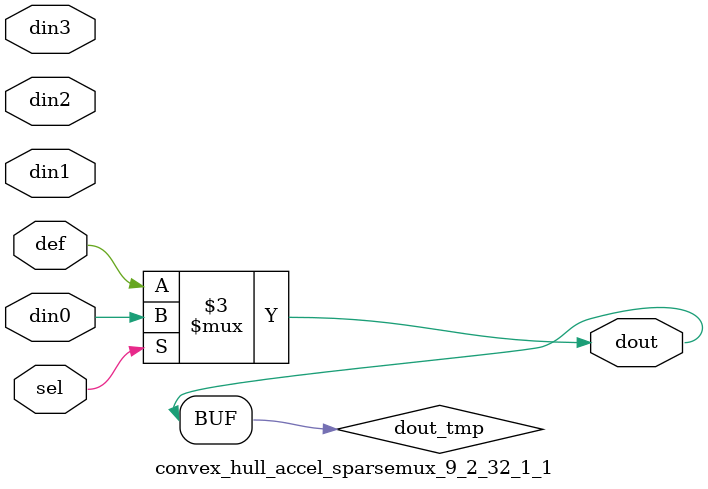
<source format=v>
`timescale 1ns / 1ps

module convex_hull_accel_sparsemux_9_2_32_1_1 (din0,din1,din2,din3,def,sel,dout);

parameter din0_WIDTH = 1;

parameter din1_WIDTH = 1;

parameter din2_WIDTH = 1;

parameter din3_WIDTH = 1;

parameter def_WIDTH = 1;
parameter sel_WIDTH = 1;
parameter dout_WIDTH = 1;

parameter [sel_WIDTH-1:0] CASE0 = 1;

parameter [sel_WIDTH-1:0] CASE1 = 1;

parameter [sel_WIDTH-1:0] CASE2 = 1;

parameter [sel_WIDTH-1:0] CASE3 = 1;

parameter ID = 1;
parameter NUM_STAGE = 1;



input [din0_WIDTH-1:0] din0;

input [din1_WIDTH-1:0] din1;

input [din2_WIDTH-1:0] din2;

input [din3_WIDTH-1:0] din3;

input [def_WIDTH-1:0] def;
input [sel_WIDTH-1:0] sel;

output [dout_WIDTH-1:0] dout;



reg [dout_WIDTH-1:0] dout_tmp;

always @ (*) begin
case (sel)
    
    CASE0 : dout_tmp = din0;
    
    CASE1 : dout_tmp = din1;
    
    CASE2 : dout_tmp = din2;
    
    CASE3 : dout_tmp = din3;
    
    default : dout_tmp = def;
endcase
end


assign dout = dout_tmp;



endmodule

</source>
